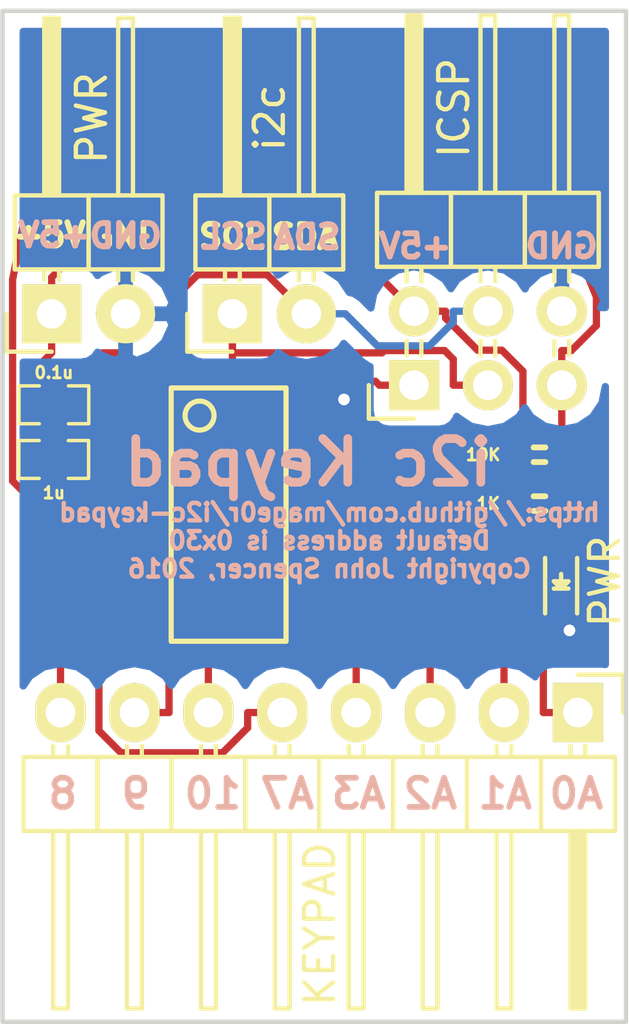
<source format=kicad_pcb>
(kicad_pcb (version 4) (host pcbnew 4.0.4-stable)

  (general
    (links 27)
    (no_connects 0)
    (area 132.593999 92.048999 154.652 127.588001)
    (thickness 1.6)
    (drawings 24)
    (tracks 131)
    (zones 0)
    (modules 10)
    (nets 16)
  )

  (page A4)
  (layers
    (0 F.Cu signal)
    (31 B.Cu signal)
    (32 B.Adhes user)
    (33 F.Adhes user)
    (34 B.Paste user)
    (35 F.Paste user)
    (36 B.SilkS user)
    (37 F.SilkS user)
    (38 B.Mask user)
    (39 F.Mask user)
    (40 Dwgs.User user)
    (41 Cmts.User user)
    (42 Eco1.User user)
    (43 Eco2.User user)
    (44 Edge.Cuts user)
    (45 Margin user)
    (46 B.CrtYd user)
    (47 F.CrtYd user)
    (48 B.Fab user)
    (49 F.Fab user)
  )

  (setup
    (last_trace_width 0.25)
    (trace_clearance 0.2)
    (zone_clearance 0.508)
    (zone_45_only no)
    (trace_min 0.2)
    (segment_width 0.2)
    (edge_width 0.15)
    (via_size 0.6)
    (via_drill 0.4)
    (via_min_size 0.4)
    (via_min_drill 0.3)
    (uvia_size 0.3)
    (uvia_drill 0.1)
    (uvias_allowed no)
    (uvia_min_size 0.2)
    (uvia_min_drill 0.1)
    (pcb_text_width 0.3)
    (pcb_text_size 1.5 1.5)
    (mod_edge_width 0.15)
    (mod_text_size 1 1)
    (mod_text_width 0.15)
    (pad_size 1.524 1.524)
    (pad_drill 0.762)
    (pad_to_mask_clearance 0.2)
    (aux_axis_origin 0 0)
    (visible_elements 7FFFFFFF)
    (pcbplotparams
      (layerselection 0x010ff_80000001)
      (usegerberextensions true)
      (excludeedgelayer true)
      (linewidth 0.500000)
      (plotframeref false)
      (viasonmask false)
      (mode 1)
      (useauxorigin false)
      (hpglpennumber 1)
      (hpglpenspeed 20)
      (hpglpendiameter 15)
      (hpglpenoverlay 2)
      (psnegative false)
      (psa4output false)
      (plotreference true)
      (plotvalue true)
      (plotinvisibletext false)
      (padsonsilk false)
      (subtractmaskfromsilk false)
      (outputformat 1)
      (mirror false)
      (drillshape 0)
      (scaleselection 1)
      (outputdirectory Gerber/))
  )

  (net 0 "")
  (net 1 +5V)
  (net 2 GND)
  (net 3 "Net-(D1-Pad2)")
  (net 4 "Net-(IC1-Pad2)")
  (net 5 "Net-(IC1-Pad3)")
  (net 6 /RST)
  (net 7 "Net-(IC1-Pad5)")
  (net 8 "Net-(IC1-Pad6)")
  (net 9 /MOSI)
  (net 10 /MISO)
  (net 11 /SCK)
  (net 12 "Net-(IC1-Pad10)")
  (net 13 "Net-(IC1-Pad11)")
  (net 14 "Net-(IC1-Pad12)")
  (net 15 "Net-(IC1-Pad13)")

  (net_class Default "This is the default net class."
    (clearance 0.2)
    (trace_width 0.25)
    (via_dia 0.6)
    (via_drill 0.4)
    (uvia_dia 0.3)
    (uvia_drill 0.1)
    (add_net +5V)
    (add_net /MISO)
    (add_net /MOSI)
    (add_net /RST)
    (add_net /SCK)
    (add_net GND)
    (add_net "Net-(D1-Pad2)")
    (add_net "Net-(IC1-Pad10)")
    (add_net "Net-(IC1-Pad11)")
    (add_net "Net-(IC1-Pad12)")
    (add_net "Net-(IC1-Pad13)")
    (add_net "Net-(IC1-Pad2)")
    (add_net "Net-(IC1-Pad3)")
    (add_net "Net-(IC1-Pad5)")
    (add_net "Net-(IC1-Pad6)")
  )

  (module freetronics_footprints:0603_CAP (layer F.Cu) (tedit 57A4B59B) (tstamp 57A4AB6F)
    (at 134.645 106.147)
    (path /57A35D1A)
    (attr smd)
    (fp_text reference C1 (at 1.8288 0.00508) (layer Eco1.User)
      (effects (font (size 0.5 0.5) (thickness 0.1)))
    )
    (fp_text value 0.1u (at 0 -1.1049) (layer F.SilkS)
      (effects (font (size 0.4 0.4) (thickness 0.1)))
    )
    (fp_line (start 0.50038 0.65024) (end 1.19888 0.65024) (layer F.SilkS) (width 0.11938))
    (fp_line (start -0.50038 0.65024) (end -1.19888 0.65024) (layer F.SilkS) (width 0.11938))
    (fp_line (start 0.50038 -0.65024) (end 1.19888 -0.65024) (layer F.SilkS) (width 0.11938))
    (fp_line (start -1.19888 -0.65024) (end -0.50038 -0.65024) (layer F.SilkS) (width 0.11938))
    (fp_line (start 1.19888 -0.635) (end 1.19888 0.635) (layer F.SilkS) (width 0.11938))
    (fp_line (start -1.19888 0.635) (end -1.19888 -0.635) (layer F.SilkS) (width 0.11938))
    (pad 1 smd rect (at -0.762 0) (size 0.635 1.143) (layers F.Cu F.Paste F.Mask)
      (net 1 +5V))
    (pad 2 smd rect (at 0.762 0) (size 0.635 1.143) (layers F.Cu F.Paste F.Mask)
      (net 2 GND))
    (model smd\capacitors\C0603.wrl
      (at (xyz 0 0 0.001))
      (scale (xyz 0.5 0.5 0.5))
      (rotate (xyz 0 0 0))
    )
  )

  (module freetronics_footprints:0603_CAP (layer F.Cu) (tedit 57A4B59F) (tstamp 57A4AB75)
    (at 134.64 108.024)
    (path /57A35E1D)
    (attr smd)
    (fp_text reference C2 (at 1.78816 0.00254) (layer Eco1.User)
      (effects (font (size 0.5 0.5) (thickness 0.1)))
    )
    (fp_text value 1u (at 0.00508 1.14554) (layer F.SilkS)
      (effects (font (size 0.4 0.4) (thickness 0.1)))
    )
    (fp_line (start 0.50038 0.65024) (end 1.19888 0.65024) (layer F.SilkS) (width 0.11938))
    (fp_line (start -0.50038 0.65024) (end -1.19888 0.65024) (layer F.SilkS) (width 0.11938))
    (fp_line (start 0.50038 -0.65024) (end 1.19888 -0.65024) (layer F.SilkS) (width 0.11938))
    (fp_line (start -1.19888 -0.65024) (end -0.50038 -0.65024) (layer F.SilkS) (width 0.11938))
    (fp_line (start 1.19888 -0.635) (end 1.19888 0.635) (layer F.SilkS) (width 0.11938))
    (fp_line (start -1.19888 0.635) (end -1.19888 -0.635) (layer F.SilkS) (width 0.11938))
    (pad 1 smd rect (at -0.762 0) (size 0.635 1.143) (layers F.Cu F.Paste F.Mask)
      (net 1 +5V))
    (pad 2 smd rect (at 0.762 0) (size 0.635 1.143) (layers F.Cu F.Paste F.Mask)
      (net 2 GND))
    (model smd\capacitors\C0603.wrl
      (at (xyz 0 0 0.001))
      (scale (xyz 0.5 0.5 0.5))
      (rotate (xyz 0 0 0))
    )
  )

  (module LEDs:LED_0603 (layer F.Cu) (tedit 57A4B51C) (tstamp 57A4AB7B)
    (at 152.077 112.207 90)
    (descr "LED 0603 smd package")
    (tags "LED led 0603 SMD smd SMT smt smdled SMDLED smtled SMTLED")
    (path /57A358A1)
    (attr smd)
    (fp_text reference D1 (at 0 -1.5 90) (layer F.SilkS) hide
      (effects (font (size 1 1) (thickness 0.15)))
    )
    (fp_text value PWR (at 0 1.5 90) (layer F.SilkS)
      (effects (font (size 1 1) (thickness 0.15)))
    )
    (fp_line (start -1.1 0.55) (end 0.8 0.55) (layer F.SilkS) (width 0.15))
    (fp_line (start -1.1 -0.55) (end 0.8 -0.55) (layer F.SilkS) (width 0.15))
    (fp_line (start -0.2 0) (end 0.25 0) (layer F.SilkS) (width 0.15))
    (fp_line (start -0.25 -0.25) (end -0.25 0.25) (layer F.SilkS) (width 0.15))
    (fp_line (start -0.25 0) (end 0 -0.25) (layer F.SilkS) (width 0.15))
    (fp_line (start 0 -0.25) (end 0 0.25) (layer F.SilkS) (width 0.15))
    (fp_line (start 0 0.25) (end -0.25 0) (layer F.SilkS) (width 0.15))
    (fp_line (start 1.4 -0.75) (end 1.4 0.75) (layer F.CrtYd) (width 0.05))
    (fp_line (start 1.4 0.75) (end -1.4 0.75) (layer F.CrtYd) (width 0.05))
    (fp_line (start -1.4 0.75) (end -1.4 -0.75) (layer F.CrtYd) (width 0.05))
    (fp_line (start -1.4 -0.75) (end 1.4 -0.75) (layer F.CrtYd) (width 0.05))
    (pad 2 smd rect (at 0.7493 0 270) (size 0.79756 0.79756) (layers F.Cu F.Paste F.Mask)
      (net 3 "Net-(D1-Pad2)"))
    (pad 1 smd rect (at -0.7493 0 270) (size 0.79756 0.79756) (layers F.Cu F.Paste F.Mask)
      (net 2 GND))
    (model LEDs.3dshapes/LED_0603.wrl
      (at (xyz 0 0 0))
      (scale (xyz 1 1 1))
      (rotate (xyz 0 0 180))
    )
  )

  (module freetronics_footprints:SO14_4mm (layer F.Cu) (tedit 57A4B04E) (tstamp 57A4AB8D)
    (at 140.65 109.916 270)
    (descr "<h3>14-pin SOP-14 package</h3>")
    (path /57A345EA)
    (fp_text reference IC1 (at 0 -0.75 450) (layer Eco1.User)
      (effects (font (size 0.6 0.6) (thickness 0.1)))
    )
    (fp_text value ATTINY84-S (at 0 0.9 270) (layer Eco1.User) hide
      (effects (font (size 0.6 0.6) (thickness 0.1)))
    )
    (fp_line (start 4.34848 -1.97358) (end 4.34848 1.97358) (layer F.SilkS) (width 0.1778))
    (fp_line (start 4.34848 1.97358) (end -4.34848 1.97358) (layer F.SilkS) (width 0.1778))
    (fp_line (start -4.34848 1.97358) (end -4.34848 -1.97358) (layer F.SilkS) (width 0.1778))
    (fp_line (start -4.34848 -1.97358) (end 4.34848 -1.97358) (layer F.SilkS) (width 0.1778))
    (fp_circle (center -3.39852 0.99822) (end -2.90068 0.99822) (layer F.SilkS) (width 0.1778))
    (pad 1 smd rect (at -3.81 2.74828 90) (size 0.49784 1.19888) (layers F.Cu F.Paste F.Mask)
      (net 1 +5V))
    (pad 2 smd rect (at -2.54 2.74828 90) (size 0.49784 1.19888) (layers F.Cu F.Paste F.Mask)
      (net 4 "Net-(IC1-Pad2)"))
    (pad 3 smd rect (at -1.27 2.74828 90) (size 0.49784 1.19888) (layers F.Cu F.Paste F.Mask)
      (net 5 "Net-(IC1-Pad3)"))
    (pad 4 smd rect (at 0 2.74828 90) (size 0.49784 1.19888) (layers F.Cu F.Paste F.Mask)
      (net 6 /RST))
    (pad 5 smd rect (at 1.27 2.74828 90) (size 0.49784 1.19888) (layers F.Cu F.Paste F.Mask)
      (net 7 "Net-(IC1-Pad5)"))
    (pad 6 smd rect (at 2.54 2.74828 90) (size 0.49784 1.19888) (layers F.Cu F.Paste F.Mask)
      (net 8 "Net-(IC1-Pad6)"))
    (pad 7 smd rect (at 3.81 2.74828 90) (size 0.49784 1.19888) (layers F.Cu F.Paste F.Mask)
      (net 9 /MOSI))
    (pad 8 smd rect (at 3.81 -2.74828 270) (size 0.49784 1.19888) (layers F.Cu F.Paste F.Mask)
      (net 10 /MISO))
    (pad 9 smd rect (at 2.54 -2.74828 270) (size 0.49784 1.19888) (layers F.Cu F.Paste F.Mask)
      (net 11 /SCK))
    (pad 10 smd rect (at 1.27 -2.74828 270) (size 0.49784 1.19888) (layers F.Cu F.Paste F.Mask)
      (net 12 "Net-(IC1-Pad10)"))
    (pad 11 smd rect (at 0 -2.74828 270) (size 0.49784 1.19888) (layers F.Cu F.Paste F.Mask)
      (net 13 "Net-(IC1-Pad11)"))
    (pad 12 smd rect (at -1.27 -2.74828 270) (size 0.49784 1.19888) (layers F.Cu F.Paste F.Mask)
      (net 14 "Net-(IC1-Pad12)"))
    (pad 13 smd rect (at -2.54 -2.74828 270) (size 0.49784 1.19888) (layers F.Cu F.Paste F.Mask)
      (net 15 "Net-(IC1-Pad13)"))
    (pad 14 smd rect (at -3.81 -2.74828 270) (size 0.49784 1.19888) (layers F.Cu F.Paste F.Mask)
      (net 2 GND))
  )

  (module Pin_Headers:Pin_Header_Angled_2x03 (layer F.Cu) (tedit 57A4B940) (tstamp 57A4AB97)
    (at 147.02 105.474 90)
    (descr "Through hole pin header")
    (tags "pin header")
    (path /57A347EE)
    (fp_text reference P1 (at 5.24256 0.05588 180) (layer F.SilkS) hide
      (effects (font (size 1 1) (thickness 0.15)))
    )
    (fp_text value ICSP (at 9.52246 1.37668 90) (layer F.SilkS)
      (effects (font (size 1 1) (thickness 0.15)))
    )
    (fp_line (start -1.35 -1.75) (end -1.35 6.85) (layer F.CrtYd) (width 0.05))
    (fp_line (start 13.2 -1.75) (end 13.2 6.85) (layer F.CrtYd) (width 0.05))
    (fp_line (start -1.35 -1.75) (end 13.2 -1.75) (layer F.CrtYd) (width 0.05))
    (fp_line (start -1.35 6.85) (end 13.2 6.85) (layer F.CrtYd) (width 0.05))
    (fp_line (start 1.524 5.334) (end 1.016 5.334) (layer F.SilkS) (width 0.15))
    (fp_line (start 1.524 4.826) (end 1.016 4.826) (layer F.SilkS) (width 0.15))
    (fp_line (start 1.524 2.794) (end 1.016 2.794) (layer F.SilkS) (width 0.15))
    (fp_line (start 1.524 2.286) (end 1.016 2.286) (layer F.SilkS) (width 0.15))
    (fp_line (start 1.524 0.254) (end 1.016 0.254) (layer F.SilkS) (width 0.15))
    (fp_line (start 1.524 -0.254) (end 1.016 -0.254) (layer F.SilkS) (width 0.15))
    (fp_line (start 4.064 2.286) (end 3.556 2.286) (layer F.SilkS) (width 0.15))
    (fp_line (start 4.064 2.794) (end 3.556 2.794) (layer F.SilkS) (width 0.15))
    (fp_line (start 4.064 4.826) (end 3.556 4.826) (layer F.SilkS) (width 0.15))
    (fp_line (start 4.064 5.334) (end 3.556 5.334) (layer F.SilkS) (width 0.15))
    (fp_line (start 4.064 -0.254) (end 3.556 -0.254) (layer F.SilkS) (width 0.15))
    (fp_line (start 4.064 0.254) (end 3.556 0.254) (layer F.SilkS) (width 0.15))
    (fp_line (start 0 -1.55) (end -1.15 -1.55) (layer F.SilkS) (width 0.15))
    (fp_line (start -1.15 -1.55) (end -1.15 0) (layer F.SilkS) (width 0.15))
    (fp_line (start 6.604 -0.127) (end 12.573 -0.127) (layer F.SilkS) (width 0.15))
    (fp_line (start 12.573 -0.127) (end 12.573 0.127) (layer F.SilkS) (width 0.15))
    (fp_line (start 12.573 0.127) (end 6.731 0.127) (layer F.SilkS) (width 0.15))
    (fp_line (start 6.731 0.127) (end 6.731 0) (layer F.SilkS) (width 0.15))
    (fp_line (start 6.731 0) (end 12.573 0) (layer F.SilkS) (width 0.15))
    (fp_line (start 4.064 1.27) (end 4.064 3.81) (layer F.SilkS) (width 0.15))
    (fp_line (start 4.064 3.81) (end 6.604 3.81) (layer F.SilkS) (width 0.15))
    (fp_line (start 6.604 2.286) (end 12.7 2.286) (layer F.SilkS) (width 0.15))
    (fp_line (start 12.7 2.286) (end 12.7 2.794) (layer F.SilkS) (width 0.15))
    (fp_line (start 12.7 2.794) (end 6.604 2.794) (layer F.SilkS) (width 0.15))
    (fp_line (start 6.604 3.81) (end 6.604 1.27) (layer F.SilkS) (width 0.15))
    (fp_line (start 4.064 6.35) (end 6.604 6.35) (layer F.SilkS) (width 0.15))
    (fp_line (start 6.604 6.35) (end 6.604 3.81) (layer F.SilkS) (width 0.15))
    (fp_line (start 12.7 5.334) (end 6.604 5.334) (layer F.SilkS) (width 0.15))
    (fp_line (start 12.7 4.826) (end 12.7 5.334) (layer F.SilkS) (width 0.15))
    (fp_line (start 6.604 4.826) (end 12.7 4.826) (layer F.SilkS) (width 0.15))
    (fp_line (start 4.064 6.35) (end 6.604 6.35) (layer F.SilkS) (width 0.15))
    (fp_line (start 4.064 3.81) (end 4.064 6.35) (layer F.SilkS) (width 0.15))
    (fp_line (start 4.064 3.81) (end 6.604 3.81) (layer F.SilkS) (width 0.15))
    (fp_line (start 4.064 1.27) (end 6.604 1.27) (layer F.SilkS) (width 0.15))
    (fp_line (start 6.604 1.27) (end 6.604 -1.27) (layer F.SilkS) (width 0.15))
    (fp_line (start 12.7 0.254) (end 6.604 0.254) (layer F.SilkS) (width 0.15))
    (fp_line (start 12.7 -0.254) (end 12.7 0.254) (layer F.SilkS) (width 0.15))
    (fp_line (start 6.604 -0.254) (end 12.7 -0.254) (layer F.SilkS) (width 0.15))
    (fp_line (start 4.064 1.27) (end 6.604 1.27) (layer F.SilkS) (width 0.15))
    (fp_line (start 4.064 -1.27) (end 4.064 1.27) (layer F.SilkS) (width 0.15))
    (fp_line (start 4.064 -1.27) (end 6.604 -1.27) (layer F.SilkS) (width 0.15))
    (pad 1 thru_hole rect (at 0 0 90) (size 1.7272 1.7272) (drill 1.016) (layers *.Cu *.Mask F.SilkS)
      (net 10 /MISO))
    (pad 2 thru_hole oval (at 2.54 0 90) (size 1.7272 1.7272) (drill 1.016) (layers *.Cu *.Mask F.SilkS)
      (net 1 +5V))
    (pad 3 thru_hole oval (at 0 2.54 90) (size 1.7272 1.7272) (drill 1.016) (layers *.Cu *.Mask F.SilkS)
      (net 11 /SCK))
    (pad 4 thru_hole oval (at 2.54 2.54 90) (size 1.7272 1.7272) (drill 1.016) (layers *.Cu *.Mask F.SilkS)
      (net 9 /MOSI))
    (pad 5 thru_hole oval (at 0 5.08 90) (size 1.7272 1.7272) (drill 1.016) (layers *.Cu *.Mask F.SilkS)
      (net 6 /RST))
    (pad 6 thru_hole oval (at 2.54 5.08 90) (size 1.7272 1.7272) (drill 1.016) (layers *.Cu *.Mask F.SilkS)
      (net 2 GND))
    (model Pin_Headers.3dshapes/Pin_Header_Angled_2x03.wrl
      (at (xyz 0.05 -0.1 0))
      (scale (xyz 1 1 1))
      (rotate (xyz 0 0 90))
    )
  )

  (module Pin_Headers:Pin_Header_Angled_1x02 (layer F.Cu) (tedit 57A4B93A) (tstamp 57A4AB9D)
    (at 140.78 103.022 90)
    (descr "Through hole pin header")
    (tags "pin header")
    (path /57A348C7)
    (fp_text reference P2 (at 2.80924 0.0381 180) (layer F.SilkS) hide
      (effects (font (size 1 1) (thickness 0.15)))
    )
    (fp_text value i2c (at 6.72592 1.27762 90) (layer F.SilkS)
      (effects (font (size 1 1) (thickness 0.15)))
    )
    (fp_line (start -1.5 -1.75) (end -1.5 4.3) (layer F.CrtYd) (width 0.05))
    (fp_line (start 10.65 -1.75) (end 10.65 4.3) (layer F.CrtYd) (width 0.05))
    (fp_line (start -1.5 -1.75) (end 10.65 -1.75) (layer F.CrtYd) (width 0.05))
    (fp_line (start -1.5 4.3) (end 10.65 4.3) (layer F.CrtYd) (width 0.05))
    (fp_line (start -1.3 -1.55) (end -1.3 0) (layer F.SilkS) (width 0.15))
    (fp_line (start 0 -1.55) (end -1.3 -1.55) (layer F.SilkS) (width 0.15))
    (fp_line (start 4.191 -0.127) (end 10.033 -0.127) (layer F.SilkS) (width 0.15))
    (fp_line (start 10.033 -0.127) (end 10.033 0.127) (layer F.SilkS) (width 0.15))
    (fp_line (start 10.033 0.127) (end 4.191 0.127) (layer F.SilkS) (width 0.15))
    (fp_line (start 4.191 0.127) (end 4.191 0) (layer F.SilkS) (width 0.15))
    (fp_line (start 4.191 0) (end 10.033 0) (layer F.SilkS) (width 0.15))
    (fp_line (start 1.524 -0.254) (end 1.143 -0.254) (layer F.SilkS) (width 0.15))
    (fp_line (start 1.524 0.254) (end 1.143 0.254) (layer F.SilkS) (width 0.15))
    (fp_line (start 1.524 2.286) (end 1.143 2.286) (layer F.SilkS) (width 0.15))
    (fp_line (start 1.524 2.794) (end 1.143 2.794) (layer F.SilkS) (width 0.15))
    (fp_line (start 1.524 -1.27) (end 4.064 -1.27) (layer F.SilkS) (width 0.15))
    (fp_line (start 1.524 1.27) (end 4.064 1.27) (layer F.SilkS) (width 0.15))
    (fp_line (start 1.524 1.27) (end 1.524 3.81) (layer F.SilkS) (width 0.15))
    (fp_line (start 1.524 3.81) (end 4.064 3.81) (layer F.SilkS) (width 0.15))
    (fp_line (start 4.064 2.286) (end 10.16 2.286) (layer F.SilkS) (width 0.15))
    (fp_line (start 10.16 2.286) (end 10.16 2.794) (layer F.SilkS) (width 0.15))
    (fp_line (start 10.16 2.794) (end 4.064 2.794) (layer F.SilkS) (width 0.15))
    (fp_line (start 4.064 3.81) (end 4.064 1.27) (layer F.SilkS) (width 0.15))
    (fp_line (start 4.064 1.27) (end 4.064 -1.27) (layer F.SilkS) (width 0.15))
    (fp_line (start 10.16 0.254) (end 4.064 0.254) (layer F.SilkS) (width 0.15))
    (fp_line (start 10.16 -0.254) (end 10.16 0.254) (layer F.SilkS) (width 0.15))
    (fp_line (start 4.064 -0.254) (end 10.16 -0.254) (layer F.SilkS) (width 0.15))
    (fp_line (start 1.524 1.27) (end 4.064 1.27) (layer F.SilkS) (width 0.15))
    (fp_line (start 1.524 -1.27) (end 1.524 1.27) (layer F.SilkS) (width 0.15))
    (pad 1 thru_hole rect (at 0 0 90) (size 2.032 2.032) (drill 1.016) (layers *.Cu *.Mask F.SilkS)
      (net 11 /SCK))
    (pad 2 thru_hole oval (at 0 2.54 90) (size 2.032 2.032) (drill 1.016) (layers *.Cu *.Mask F.SilkS)
      (net 9 /MOSI))
    (model Pin_Headers.3dshapes/Pin_Header_Angled_1x02.wrl
      (at (xyz 0 -0.05 0))
      (scale (xyz 1 1 1))
      (rotate (xyz 0 0 90))
    )
  )

  (module Pin_Headers:Pin_Header_Angled_1x02 (layer F.Cu) (tedit 57A4B936) (tstamp 57A4ABA3)
    (at 134.569 103.022 90)
    (descr "Through hole pin header")
    (tags "pin header")
    (path /57A4A9B4)
    (fp_text reference P3 (at 2.6416 -0.02032 180) (layer F.SilkS) hide
      (effects (font (size 1 1) (thickness 0.15)))
    )
    (fp_text value PWR (at 6.72084 1.37668 90) (layer F.SilkS)
      (effects (font (size 1 1) (thickness 0.15)))
    )
    (fp_line (start -1.5 -1.75) (end -1.5 4.3) (layer F.CrtYd) (width 0.05))
    (fp_line (start 10.65 -1.75) (end 10.65 4.3) (layer F.CrtYd) (width 0.05))
    (fp_line (start -1.5 -1.75) (end 10.65 -1.75) (layer F.CrtYd) (width 0.05))
    (fp_line (start -1.5 4.3) (end 10.65 4.3) (layer F.CrtYd) (width 0.05))
    (fp_line (start -1.3 -1.55) (end -1.3 0) (layer F.SilkS) (width 0.15))
    (fp_line (start 0 -1.55) (end -1.3 -1.55) (layer F.SilkS) (width 0.15))
    (fp_line (start 4.191 -0.127) (end 10.033 -0.127) (layer F.SilkS) (width 0.15))
    (fp_line (start 10.033 -0.127) (end 10.033 0.127) (layer F.SilkS) (width 0.15))
    (fp_line (start 10.033 0.127) (end 4.191 0.127) (layer F.SilkS) (width 0.15))
    (fp_line (start 4.191 0.127) (end 4.191 0) (layer F.SilkS) (width 0.15))
    (fp_line (start 4.191 0) (end 10.033 0) (layer F.SilkS) (width 0.15))
    (fp_line (start 1.524 -0.254) (end 1.143 -0.254) (layer F.SilkS) (width 0.15))
    (fp_line (start 1.524 0.254) (end 1.143 0.254) (layer F.SilkS) (width 0.15))
    (fp_line (start 1.524 2.286) (end 1.143 2.286) (layer F.SilkS) (width 0.15))
    (fp_line (start 1.524 2.794) (end 1.143 2.794) (layer F.SilkS) (width 0.15))
    (fp_line (start 1.524 -1.27) (end 4.064 -1.27) (layer F.SilkS) (width 0.15))
    (fp_line (start 1.524 1.27) (end 4.064 1.27) (layer F.SilkS) (width 0.15))
    (fp_line (start 1.524 1.27) (end 1.524 3.81) (layer F.SilkS) (width 0.15))
    (fp_line (start 1.524 3.81) (end 4.064 3.81) (layer F.SilkS) (width 0.15))
    (fp_line (start 4.064 2.286) (end 10.16 2.286) (layer F.SilkS) (width 0.15))
    (fp_line (start 10.16 2.286) (end 10.16 2.794) (layer F.SilkS) (width 0.15))
    (fp_line (start 10.16 2.794) (end 4.064 2.794) (layer F.SilkS) (width 0.15))
    (fp_line (start 4.064 3.81) (end 4.064 1.27) (layer F.SilkS) (width 0.15))
    (fp_line (start 4.064 1.27) (end 4.064 -1.27) (layer F.SilkS) (width 0.15))
    (fp_line (start 10.16 0.254) (end 4.064 0.254) (layer F.SilkS) (width 0.15))
    (fp_line (start 10.16 -0.254) (end 10.16 0.254) (layer F.SilkS) (width 0.15))
    (fp_line (start 4.064 -0.254) (end 10.16 -0.254) (layer F.SilkS) (width 0.15))
    (fp_line (start 1.524 1.27) (end 4.064 1.27) (layer F.SilkS) (width 0.15))
    (fp_line (start 1.524 -1.27) (end 1.524 1.27) (layer F.SilkS) (width 0.15))
    (pad 1 thru_hole rect (at 0 0 90) (size 2.032 2.032) (drill 1.016) (layers *.Cu *.Mask F.SilkS)
      (net 1 +5V))
    (pad 2 thru_hole oval (at 0 2.54 90) (size 2.032 2.032) (drill 1.016) (layers *.Cu *.Mask F.SilkS)
      (net 2 GND))
    (model Pin_Headers.3dshapes/Pin_Header_Angled_1x02.wrl
      (at (xyz 0 -0.05 0))
      (scale (xyz 1 1 1))
      (rotate (xyz 0 0 90))
    )
  )

  (module Pin_Headers:Pin_Header_Angled_1x08 (layer F.Cu) (tedit 57A4B605) (tstamp 57A4ABAF)
    (at 152.654 116.713 270)
    (descr "Through hole pin header")
    (tags "pin header")
    (path /57A35496)
    (fp_text reference P4 (at 2.8829 0.0254 360) (layer F.SilkS) hide
      (effects (font (size 1 1) (thickness 0.15)))
    )
    (fp_text value KEYPAD (at 7.2644 8.8646 450) (layer F.SilkS)
      (effects (font (size 1 1) (thickness 0.15)))
    )
    (fp_line (start -1.5 -1.75) (end -1.5 19.55) (layer F.CrtYd) (width 0.05))
    (fp_line (start 10.65 -1.75) (end 10.65 19.55) (layer F.CrtYd) (width 0.05))
    (fp_line (start -1.5 -1.75) (end 10.65 -1.75) (layer F.CrtYd) (width 0.05))
    (fp_line (start -1.5 19.55) (end 10.65 19.55) (layer F.CrtYd) (width 0.05))
    (fp_line (start -1.3 -1.55) (end -1.3 0) (layer F.SilkS) (width 0.15))
    (fp_line (start 0 -1.55) (end -1.3 -1.55) (layer F.SilkS) (width 0.15))
    (fp_line (start 4.191 -0.127) (end 10.033 -0.127) (layer F.SilkS) (width 0.15))
    (fp_line (start 10.033 -0.127) (end 10.033 0.127) (layer F.SilkS) (width 0.15))
    (fp_line (start 10.033 0.127) (end 4.191 0.127) (layer F.SilkS) (width 0.15))
    (fp_line (start 4.191 0.127) (end 4.191 0) (layer F.SilkS) (width 0.15))
    (fp_line (start 4.191 0) (end 10.033 0) (layer F.SilkS) (width 0.15))
    (fp_line (start 1.524 17.526) (end 1.143 17.526) (layer F.SilkS) (width 0.15))
    (fp_line (start 1.524 18.034) (end 1.143 18.034) (layer F.SilkS) (width 0.15))
    (fp_line (start 1.524 -0.254) (end 1.143 -0.254) (layer F.SilkS) (width 0.15))
    (fp_line (start 1.524 0.254) (end 1.143 0.254) (layer F.SilkS) (width 0.15))
    (fp_line (start 1.524 2.286) (end 1.143 2.286) (layer F.SilkS) (width 0.15))
    (fp_line (start 1.524 2.794) (end 1.143 2.794) (layer F.SilkS) (width 0.15))
    (fp_line (start 1.524 4.826) (end 1.143 4.826) (layer F.SilkS) (width 0.15))
    (fp_line (start 1.524 5.334) (end 1.143 5.334) (layer F.SilkS) (width 0.15))
    (fp_line (start 1.524 15.494) (end 1.143 15.494) (layer F.SilkS) (width 0.15))
    (fp_line (start 1.524 14.986) (end 1.143 14.986) (layer F.SilkS) (width 0.15))
    (fp_line (start 1.524 12.954) (end 1.143 12.954) (layer F.SilkS) (width 0.15))
    (fp_line (start 1.524 12.446) (end 1.143 12.446) (layer F.SilkS) (width 0.15))
    (fp_line (start 1.524 10.414) (end 1.143 10.414) (layer F.SilkS) (width 0.15))
    (fp_line (start 1.524 9.906) (end 1.143 9.906) (layer F.SilkS) (width 0.15))
    (fp_line (start 1.524 7.874) (end 1.143 7.874) (layer F.SilkS) (width 0.15))
    (fp_line (start 1.524 7.366) (end 1.143 7.366) (layer F.SilkS) (width 0.15))
    (fp_line (start 1.524 13.97) (end 4.064 13.97) (layer F.SilkS) (width 0.15))
    (fp_line (start 1.524 13.97) (end 1.524 16.51) (layer F.SilkS) (width 0.15))
    (fp_line (start 1.524 16.51) (end 4.064 16.51) (layer F.SilkS) (width 0.15))
    (fp_line (start 4.064 14.986) (end 10.16 14.986) (layer F.SilkS) (width 0.15))
    (fp_line (start 10.16 14.986) (end 10.16 15.494) (layer F.SilkS) (width 0.15))
    (fp_line (start 10.16 15.494) (end 4.064 15.494) (layer F.SilkS) (width 0.15))
    (fp_line (start 4.064 16.51) (end 4.064 13.97) (layer F.SilkS) (width 0.15))
    (fp_line (start 4.064 19.05) (end 4.064 16.51) (layer F.SilkS) (width 0.15))
    (fp_line (start 10.16 18.034) (end 4.064 18.034) (layer F.SilkS) (width 0.15))
    (fp_line (start 10.16 17.526) (end 10.16 18.034) (layer F.SilkS) (width 0.15))
    (fp_line (start 4.064 17.526) (end 10.16 17.526) (layer F.SilkS) (width 0.15))
    (fp_line (start 1.524 16.51) (end 1.524 19.05) (layer F.SilkS) (width 0.15))
    (fp_line (start 1.524 16.51) (end 4.064 16.51) (layer F.SilkS) (width 0.15))
    (fp_line (start 1.524 19.05) (end 4.064 19.05) (layer F.SilkS) (width 0.15))
    (fp_line (start 1.524 -1.27) (end 4.064 -1.27) (layer F.SilkS) (width 0.15))
    (fp_line (start 1.524 1.27) (end 4.064 1.27) (layer F.SilkS) (width 0.15))
    (fp_line (start 1.524 1.27) (end 1.524 3.81) (layer F.SilkS) (width 0.15))
    (fp_line (start 1.524 3.81) (end 4.064 3.81) (layer F.SilkS) (width 0.15))
    (fp_line (start 4.064 2.286) (end 10.16 2.286) (layer F.SilkS) (width 0.15))
    (fp_line (start 10.16 2.286) (end 10.16 2.794) (layer F.SilkS) (width 0.15))
    (fp_line (start 10.16 2.794) (end 4.064 2.794) (layer F.SilkS) (width 0.15))
    (fp_line (start 4.064 3.81) (end 4.064 1.27) (layer F.SilkS) (width 0.15))
    (fp_line (start 4.064 1.27) (end 4.064 -1.27) (layer F.SilkS) (width 0.15))
    (fp_line (start 10.16 0.254) (end 4.064 0.254) (layer F.SilkS) (width 0.15))
    (fp_line (start 10.16 -0.254) (end 10.16 0.254) (layer F.SilkS) (width 0.15))
    (fp_line (start 4.064 -0.254) (end 10.16 -0.254) (layer F.SilkS) (width 0.15))
    (fp_line (start 1.524 1.27) (end 4.064 1.27) (layer F.SilkS) (width 0.15))
    (fp_line (start 1.524 -1.27) (end 1.524 1.27) (layer F.SilkS) (width 0.15))
    (fp_line (start 1.524 8.89) (end 4.064 8.89) (layer F.SilkS) (width 0.15))
    (fp_line (start 1.524 8.89) (end 1.524 11.43) (layer F.SilkS) (width 0.15))
    (fp_line (start 1.524 11.43) (end 4.064 11.43) (layer F.SilkS) (width 0.15))
    (fp_line (start 4.064 9.906) (end 10.16 9.906) (layer F.SilkS) (width 0.15))
    (fp_line (start 10.16 9.906) (end 10.16 10.414) (layer F.SilkS) (width 0.15))
    (fp_line (start 10.16 10.414) (end 4.064 10.414) (layer F.SilkS) (width 0.15))
    (fp_line (start 4.064 11.43) (end 4.064 8.89) (layer F.SilkS) (width 0.15))
    (fp_line (start 4.064 13.97) (end 4.064 11.43) (layer F.SilkS) (width 0.15))
    (fp_line (start 10.16 12.954) (end 4.064 12.954) (layer F.SilkS) (width 0.15))
    (fp_line (start 10.16 12.446) (end 10.16 12.954) (layer F.SilkS) (width 0.15))
    (fp_line (start 4.064 12.446) (end 10.16 12.446) (layer F.SilkS) (width 0.15))
    (fp_line (start 1.524 13.97) (end 4.064 13.97) (layer F.SilkS) (width 0.15))
    (fp_line (start 1.524 11.43) (end 1.524 13.97) (layer F.SilkS) (width 0.15))
    (fp_line (start 1.524 11.43) (end 4.064 11.43) (layer F.SilkS) (width 0.15))
    (fp_line (start 1.524 6.35) (end 4.064 6.35) (layer F.SilkS) (width 0.15))
    (fp_line (start 1.524 6.35) (end 1.524 8.89) (layer F.SilkS) (width 0.15))
    (fp_line (start 1.524 8.89) (end 4.064 8.89) (layer F.SilkS) (width 0.15))
    (fp_line (start 4.064 7.366) (end 10.16 7.366) (layer F.SilkS) (width 0.15))
    (fp_line (start 10.16 7.366) (end 10.16 7.874) (layer F.SilkS) (width 0.15))
    (fp_line (start 10.16 7.874) (end 4.064 7.874) (layer F.SilkS) (width 0.15))
    (fp_line (start 4.064 8.89) (end 4.064 6.35) (layer F.SilkS) (width 0.15))
    (fp_line (start 4.064 6.35) (end 4.064 3.81) (layer F.SilkS) (width 0.15))
    (fp_line (start 10.16 5.334) (end 4.064 5.334) (layer F.SilkS) (width 0.15))
    (fp_line (start 10.16 4.826) (end 10.16 5.334) (layer F.SilkS) (width 0.15))
    (fp_line (start 4.064 4.826) (end 10.16 4.826) (layer F.SilkS) (width 0.15))
    (fp_line (start 1.524 6.35) (end 4.064 6.35) (layer F.SilkS) (width 0.15))
    (fp_line (start 1.524 3.81) (end 1.524 6.35) (layer F.SilkS) (width 0.15))
    (fp_line (start 1.524 3.81) (end 4.064 3.81) (layer F.SilkS) (width 0.15))
    (pad 1 thru_hole rect (at 0 0 270) (size 2.032 1.7272) (drill 1.016) (layers *.Cu *.Mask F.SilkS)
      (net 15 "Net-(IC1-Pad13)"))
    (pad 2 thru_hole oval (at 0 2.54 270) (size 2.032 1.7272) (drill 1.016) (layers *.Cu *.Mask F.SilkS)
      (net 14 "Net-(IC1-Pad12)"))
    (pad 3 thru_hole oval (at 0 5.08 270) (size 2.032 1.7272) (drill 1.016) (layers *.Cu *.Mask F.SilkS)
      (net 13 "Net-(IC1-Pad11)"))
    (pad 4 thru_hole oval (at 0 7.62 270) (size 2.032 1.7272) (drill 1.016) (layers *.Cu *.Mask F.SilkS)
      (net 12 "Net-(IC1-Pad10)"))
    (pad 5 thru_hole oval (at 0 10.16 270) (size 2.032 1.7272) (drill 1.016) (layers *.Cu *.Mask F.SilkS)
      (net 8 "Net-(IC1-Pad6)"))
    (pad 6 thru_hole oval (at 0 12.7 270) (size 2.032 1.7272) (drill 1.016) (layers *.Cu *.Mask F.SilkS)
      (net 4 "Net-(IC1-Pad2)"))
    (pad 7 thru_hole oval (at 0 15.24 270) (size 2.032 1.7272) (drill 1.016) (layers *.Cu *.Mask F.SilkS)
      (net 5 "Net-(IC1-Pad3)"))
    (pad 8 thru_hole oval (at 0 17.78 270) (size 2.032 1.7272) (drill 1.016) (layers *.Cu *.Mask F.SilkS)
      (net 7 "Net-(IC1-Pad5)"))
    (model Pin_Headers.3dshapes/Pin_Header_Angled_1x08.wrl
      (at (xyz 0 -0.35 0))
      (scale (xyz 1 1 1))
      (rotate (xyz 0 0 90))
    )
  )

  (module freetronics_footprints:0603 (layer F.Cu) (tedit 57A4B571) (tstamp 57A4ABB5)
    (at 151.333 107.861)
    (path /57A34907)
    (attr smd)
    (fp_text reference R1 (at 1.85928 0.01524) (layer Eco1.User)
      (effects (font (size 0.5 0.5) (thickness 0.1)))
    )
    (fp_text value 10K (at -1.93548 0.00254) (layer F.SilkS)
      (effects (font (size 0.4 0.4) (thickness 0.1)))
    )
    (fp_line (start -0.20066 0.25146) (end 0.20066 0.25146) (layer F.SilkS) (width 0.20066))
    (fp_line (start -0.20066 -0.25146) (end 0.20066 -0.25146) (layer F.SilkS) (width 0.20066))
    (pad 1 smd rect (at -0.762 0) (size 0.762 0.762) (layers F.Cu F.Paste F.Mask)
      (net 1 +5V))
    (pad 2 smd rect (at 0.762 0) (size 0.762 0.762) (layers F.Cu F.Paste F.Mask)
      (net 6 /RST))
    (model smd\resistors\R0603.wrl
      (at (xyz 0 0 0.001))
      (scale (xyz 0.5 0.5 0.5))
      (rotate (xyz 0 0 0))
    )
  )

  (module freetronics_footprints:0603 (layer F.Cu) (tedit 57A4B54F) (tstamp 57A4ABBB)
    (at 151.333 109.538)
    (path /57A35751)
    (attr smd)
    (fp_text reference R2 (at 1.84404 0) (layer Eco1.User)
      (effects (font (size 0.5 0.5) (thickness 0.1)))
    )
    (fp_text value 1K (at -1.76022 0) (layer F.SilkS)
      (effects (font (size 0.4 0.4) (thickness 0.1)))
    )
    (fp_line (start -0.20066 0.25146) (end 0.20066 0.25146) (layer F.SilkS) (width 0.20066))
    (fp_line (start -0.20066 -0.25146) (end 0.20066 -0.25146) (layer F.SilkS) (width 0.20066))
    (pad 1 smd rect (at -0.762 0) (size 0.762 0.762) (layers F.Cu F.Paste F.Mask)
      (net 1 +5V))
    (pad 2 smd rect (at 0.762 0) (size 0.762 0.762) (layers F.Cu F.Paste F.Mask)
      (net 3 "Net-(D1-Pad2)"))
    (model smd\resistors\R0603.wrl
      (at (xyz 0 0 0.001))
      (scale (xyz 0.5 0.5 0.5))
      (rotate (xyz 0 0 0))
    )
  )

  (gr_text "i2c Keypad" (at 143.38808 108.1278) (layer B.SilkS)
    (effects (font (size 1.5 1.5) (thickness 0.3)) (justify mirror))
  )
  (gr_text "https://github.com/mage0r/i2c-keypad\nDefault address is 0x30\nCopyright John Spencer, 2016" (at 144.11452 110.81004) (layer B.SilkS)
    (effects (font (size 0.6 0.6) (thickness 0.15)) (justify mirror))
  )
  (gr_text 9 (at 137.4648 119.5) (layer B.SilkS)
    (effects (font (size 1 1) (thickness 0.2)) (justify mirror))
  )
  (gr_text 10 (at 140.1064 119.5) (layer B.SilkS)
    (effects (font (size 1 1) (thickness 0.2)) (justify mirror))
  )
  (gr_text A7 (at 142.66164 119.5) (layer B.SilkS)
    (effects (font (size 1 1) (thickness 0.2)) (justify mirror))
  )
  (gr_text A3 (at 145.12036 119.5) (layer B.SilkS)
    (effects (font (size 1 1) (thickness 0.2)) (justify mirror))
  )
  (gr_text A2 (at 147.57908 119.5) (layer B.SilkS)
    (effects (font (size 1 1) (thickness 0.2)) (justify mirror))
  )
  (gr_text A1 (at 150.14956 119.5) (layer B.SilkS)
    (effects (font (size 1 1) (thickness 0.2)) (justify mirror))
  )
  (gr_text 8 (at 134.9502 119.5) (layer B.SilkS)
    (effects (font (size 1 1) (thickness 0.2)) (justify mirror))
  )
  (gr_text A0 (at 152.59812 119.5) (layer B.SilkS)
    (effects (font (size 1 1) (thickness 0.2)) (justify mirror))
  )
  (gr_text SDA (at 143.3449 100.39096) (layer B.SilkS)
    (effects (font (size 0.8 0.8) (thickness 0.2)) (justify mirror))
  )
  (gr_text SCL (at 140.84046 100.37064) (layer B.SilkS)
    (effects (font (size 0.8 0.8) (thickness 0.2)) (justify mirror))
  )
  (gr_text SCL (at 140.75664 100.37064) (layer F.SilkS)
    (effects (font (size 0.8 0.8) (thickness 0.2)))
  )
  (gr_text SDA (at 143.27632 100.3808) (layer F.SilkS)
    (effects (font (size 0.8 0.8) (thickness 0.2)))
  )
  (gr_text +5V (at 147.066 100.6983) (layer B.SilkS)
    (effects (font (size 0.8 0.8) (thickness 0.2)) (justify mirror))
  )
  (gr_text GND (at 152.0952 100.6983) (layer B.SilkS)
    (effects (font (size 0.8 0.8) (thickness 0.2)) (justify mirror))
  )
  (gr_text +5V (at 134.66064 100.31984) (layer B.SilkS)
    (effects (font (size 0.8 0.8) (thickness 0.2)) (justify mirror))
  )
  (gr_text +5V (at 134.49808 100.31984) (layer F.SilkS)
    (effects (font (size 0.8 0.8) (thickness 0.2)))
  )
  (gr_text GND (at 137.11428 100.34524) (layer F.SilkS)
    (effects (font (size 0.8 0.8) (thickness 0.2)))
  )
  (gr_text GND (at 137.11428 100.34524) (layer B.SilkS)
    (effects (font (size 0.8 0.8) (thickness 0.2)) (justify mirror))
  )
  (gr_line (start 154.305 127.3302) (end 132.88264 127.3302) (angle 90) (layer Edge.Cuts) (width 0.15))
  (gr_line (start 154.305 92.6211) (end 154.305 127.3302) (angle 90) (layer Edge.Cuts) (width 0.15))
  (gr_line (start 132.88264 92.6211) (end 154.305 92.6211) (angle 90) (layer Edge.Cuts) (width 0.15))
  (gr_line (start 132.88264 127.3302) (end 132.88264 92.6211) (angle 90) (layer Edge.Cuts) (width 0.15))

  (segment (start 134.569 103.022) (end 134.569 101.771) (width 0.25) (layer F.Cu) (net 1))
  (segment (start 145.236 101.15) (end 147.02 102.934) (width 0.25) (layer F.Cu) (net 1) (tstamp 58591F2D))
  (segment (start 135.19 101.15) (end 145.236 101.15) (width 0.25) (layer F.Cu) (net 1) (tstamp 58591F27))
  (segment (start 134.569 101.771) (end 135.19 101.15) (width 0.25) (layer F.Cu) (net 1) (tstamp 58591F25))
  (segment (start 150.571 109.538) (end 150.571 107.861) (width 0.25) (layer F.Cu) (net 1))
  (segment (start 133.883 105.0493) (end 133.883 106.147) (width 0.25) (layer F.Cu) (net 1))
  (segment (start 134.569 104.3633) (end 133.883 105.0493) (width 0.25) (layer F.Cu) (net 1))
  (segment (start 134.569 103.022) (end 134.569 104.3633) (width 0.25) (layer F.Cu) (net 1))
  (segment (start 133.878 107.0488) (end 133.883 107.0438) (width 0.25) (layer F.Cu) (net 1))
  (segment (start 133.878 108.024) (end 133.878 107.0488) (width 0.25) (layer F.Cu) (net 1))
  (segment (start 133.883 106.147) (end 133.883 107.0438) (width 0.25) (layer F.Cu) (net 1))
  (segment (start 133.878 108.024) (end 134.5208 108.024) (width 0.25) (layer F.Cu) (net 1))
  (segment (start 136.4721 106.6682) (end 137.0343 106.106) (width 0.25) (layer F.Cu) (net 1))
  (segment (start 136.4721 108.3099) (end 136.4721 106.6682) (width 0.25) (layer F.Cu) (net 1))
  (segment (start 135.8478 108.9342) (end 136.4721 108.3099) (width 0.25) (layer F.Cu) (net 1))
  (segment (start 134.9368 108.9342) (end 135.8478 108.9342) (width 0.25) (layer F.Cu) (net 1))
  (segment (start 134.5208 108.5182) (end 134.9368 108.9342) (width 0.25) (layer F.Cu) (net 1))
  (segment (start 134.5208 108.024) (end 134.5208 108.5182) (width 0.25) (layer F.Cu) (net 1))
  (segment (start 137.9017 106.106) (end 137.0343 106.106) (width 0.25) (layer F.Cu) (net 1))
  (segment (start 147.02 102.934) (end 148.1064 102.934) (width 0.25) (layer F.Cu) (net 1))
  (segment (start 150.571 107.861) (end 150.571 107.1547) (width 0.25) (layer F.Cu) (net 1))
  (segment (start 148.1064 102.934) (end 148.1064 103.1705) (width 0.25) (layer F.Cu) (net 1))
  (segment (start 148.1064 103.1705) (end 149.2068 104.2709) (width 0.25) (layer F.Cu) (net 1))
  (segment (start 149.2068 104.2709) (end 150.0397 104.2709) (width 0.25) (layer F.Cu) (net 1))
  (segment (start 150.0397 104.2709) (end 150.7651 104.9963) (width 0.25) (layer F.Cu) (net 1))
  (segment (start 150.7651 104.9963) (end 150.7651 106.9606) (width 0.25) (layer F.Cu) (net 1))
  (segment (start 150.7651 106.9606) (end 150.571 107.1547) (width 0.25) (layer F.Cu) (net 1))
  (via (at 152.3646 113.8918) (size 0.6) (layers F.Cu B.Cu) (net 2))
  (via (at 144.6155 105.964) (size 0.6) (layers F.Cu B.Cu) (net 2))
  (segment (start 152.077 112.9563) (end 152.077 113.6804) (width 0.25) (layer F.Cu) (net 2))
  (segment (start 152.1532 113.6804) (end 152.077 113.6804) (width 0.25) (layer F.Cu) (net 2))
  (segment (start 152.3646 113.8918) (end 152.1532 113.6804) (width 0.25) (layer F.Cu) (net 2))
  (segment (start 143.3983 106.106) (end 144.323 106.106) (width 0.25) (layer F.Cu) (net 2))
  (segment (start 144.465 105.964) (end 144.323 106.106) (width 0.25) (layer F.Cu) (net 2))
  (segment (start 144.6155 105.964) (end 144.465 105.964) (width 0.25) (layer F.Cu) (net 2))
  (segment (start 135.407 107.1222) (end 135.407 106.147) (width 0.25) (layer F.Cu) (net 2))
  (segment (start 135.402 107.1272) (end 135.407 107.1222) (width 0.25) (layer F.Cu) (net 2))
  (segment (start 135.402 108.024) (end 135.402 107.1272) (width 0.25) (layer F.Cu) (net 2))
  (segment (start 135.407 106.147) (end 135.407 105.2502) (width 0.25) (layer F.Cu) (net 2))
  (segment (start 136.2939 104.3633) (end 137.109 104.3633) (width 0.25) (layer F.Cu) (net 2))
  (segment (start 135.407 105.2502) (end 136.2939 104.3633) (width 0.25) (layer F.Cu) (net 2))
  (segment (start 137.109 103.022) (end 137.109 104.3633) (width 0.25) (layer F.Cu) (net 2))
  (segment (start 152.095 110.7156) (end 152.077 110.7336) (width 0.25) (layer F.Cu) (net 3))
  (segment (start 152.095 109.538) (end 152.095 110.7156) (width 0.25) (layer F.Cu) (net 3))
  (segment (start 152.077 111.4577) (end 152.077 110.7336) (width 0.25) (layer F.Cu) (net 3))
  (segment (start 137.9017 107.376) (end 138.8264 107.376) (width 0.25) (layer F.Cu) (net 4))
  (segment (start 139.954 108.5036) (end 138.8264 107.376) (width 0.25) (layer F.Cu) (net 4))
  (segment (start 139.954 116.713) (end 139.954 108.5036) (width 0.25) (layer F.Cu) (net 4))
  (segment (start 139.2919 109.1115) (end 138.8264 108.646) (width 0.25) (layer F.Cu) (net 5))
  (segment (start 139.2919 114.8351) (end 139.2919 109.1115) (width 0.25) (layer F.Cu) (net 5))
  (segment (start 138.6029 115.5241) (end 139.2919 114.8351) (width 0.25) (layer F.Cu) (net 5))
  (segment (start 138.6029 116.713) (end 138.6029 115.5241) (width 0.25) (layer F.Cu) (net 5))
  (segment (start 137.414 116.713) (end 138.6029 116.713) (width 0.25) (layer F.Cu) (net 5))
  (segment (start 137.9017 108.646) (end 138.8264 108.646) (width 0.25) (layer F.Cu) (net 5))
  (segment (start 152.095 107.861) (end 152.095 107.1547) (width 0.25) (layer F.Cu) (net 6))
  (segment (start 152.1 107.1497) (end 152.1 105.474) (width 0.25) (layer F.Cu) (net 6))
  (segment (start 152.095 107.1547) (end 152.1 107.1497) (width 0.25) (layer F.Cu) (net 6))
  (segment (start 152.1 105.474) (end 152.1 104.2851) (width 0.25) (layer F.Cu) (net 6))
  (segment (start 134.3803 109.916) (end 137.9017 109.916) (width 0.25) (layer F.Cu) (net 6))
  (segment (start 133.2276 108.7633) (end 134.3803 109.916) (width 0.25) (layer F.Cu) (net 6))
  (segment (start 133.2276 101.8481) (end 133.2276 108.7633) (width 0.25) (layer F.Cu) (net 6))
  (segment (start 133.756 99.1097) (end 133.2276 101.8481) (width 0.25) (layer F.Cu) (net 6))
  (segment (start 151.9271 99.1097) (end 133.756 99.1097) (width 0.25) (layer F.Cu) (net 6))
  (segment (start 153.2889 102.4415) (end 151.9271 99.1097) (width 0.25) (layer F.Cu) (net 6))
  (segment (start 153.2889 103.4265) (end 153.2889 102.4415) (width 0.25) (layer F.Cu) (net 6))
  (segment (start 152.4303 104.2851) (end 153.2889 103.4265) (width 0.25) (layer F.Cu) (net 6))
  (segment (start 152.1 104.2851) (end 152.4303 104.2851) (width 0.25) (layer F.Cu) (net 6))
  (segment (start 134.874 113.289) (end 136.977 111.186) (width 0.25) (layer F.Cu) (net 7))
  (segment (start 134.874 116.713) (end 134.874 113.289) (width 0.25) (layer F.Cu) (net 7))
  (segment (start 137.9017 111.186) (end 136.977 111.186) (width 0.25) (layer F.Cu) (net 7))
  (segment (start 136.1945 113.2385) (end 136.977 112.456) (width 0.25) (layer F.Cu) (net 8))
  (segment (start 136.1945 117.3363) (end 136.1945 113.2385) (width 0.25) (layer F.Cu) (net 8))
  (segment (start 136.9514 118.0932) (end 136.1945 117.3363) (width 0.25) (layer F.Cu) (net 8))
  (segment (start 140.445 118.0932) (end 136.9514 118.0932) (width 0.25) (layer F.Cu) (net 8))
  (segment (start 141.3051 117.2331) (end 140.445 118.0932) (width 0.25) (layer F.Cu) (net 8))
  (segment (start 141.3051 116.713) (end 141.3051 117.2331) (width 0.25) (layer F.Cu) (net 8))
  (segment (start 142.494 116.713) (end 141.3051 116.713) (width 0.25) (layer F.Cu) (net 8))
  (segment (start 137.9017 112.456) (end 136.977 112.456) (width 0.25) (layer F.Cu) (net 8))
  (segment (start 148.3711 103.3056) (end 148.3711 102.934) (width 0.25) (layer B.Cu) (net 9))
  (segment (start 147.5538 104.1229) (end 148.3711 103.3056) (width 0.25) (layer B.Cu) (net 9))
  (segment (start 145.7622 104.1229) (end 147.5538 104.1229) (width 0.25) (layer B.Cu) (net 9))
  (segment (start 144.6613 103.022) (end 145.7622 104.1229) (width 0.25) (layer B.Cu) (net 9))
  (segment (start 143.32 103.022) (end 144.6613 103.022) (width 0.25) (layer B.Cu) (net 9))
  (segment (start 149.56 102.934) (end 148.3711 102.934) (width 0.25) (layer B.Cu) (net 9))
  (segment (start 138.8264 109.5219) (end 138.8264 113.726) (width 0.25) (layer F.Cu) (net 9))
  (segment (start 138.5248 109.2203) (end 138.8264 109.5219) (width 0.25) (layer F.Cu) (net 9))
  (segment (start 137.1263 109.2203) (end 138.5248 109.2203) (width 0.25) (layer F.Cu) (net 9))
  (segment (start 136.9769 109.0709) (end 137.1263 109.2203) (width 0.25) (layer F.Cu) (net 9))
  (segment (start 136.9769 106.9191) (end 136.9769 109.0709) (width 0.25) (layer F.Cu) (net 9))
  (segment (start 137.2157 106.6803) (end 136.9769 106.9191) (width 0.25) (layer F.Cu) (net 9))
  (segment (start 138.6363 106.6803) (end 137.2157 106.6803) (width 0.25) (layer F.Cu) (net 9))
  (segment (start 139.1038 106.2128) (end 138.6363 106.6803) (width 0.25) (layer F.Cu) (net 9))
  (segment (start 139.1038 102.1629) (end 139.1038 106.2128) (width 0.25) (layer F.Cu) (net 9))
  (segment (start 139.5861 101.6806) (end 139.1038 102.1629) (width 0.25) (layer F.Cu) (net 9))
  (segment (start 141.9786 101.6806) (end 139.5861 101.6806) (width 0.25) (layer F.Cu) (net 9))
  (segment (start 143.32 103.022) (end 141.9786 101.6806) (width 0.25) (layer F.Cu) (net 9))
  (segment (start 137.9017 113.726) (end 138.8264 113.726) (width 0.25) (layer F.Cu) (net 9))
  (segment (start 143.3983 113.726) (end 144.323 113.726) (width 0.25) (layer F.Cu) (net 10))
  (segment (start 147.02 105.474) (end 145.8311 105.474) (width 0.25) (layer F.Cu) (net 10))
  (segment (start 144.323 112.0684) (end 144.323 113.726) (width 0.25) (layer F.Cu) (net 10))
  (segment (start 144.0776 111.823) (end 144.323 112.0684) (width 0.25) (layer F.Cu) (net 10))
  (segment (start 142.6879 111.823) (end 144.0776 111.823) (width 0.25) (layer F.Cu) (net 10))
  (segment (start 142.4243 111.5594) (end 142.6879 111.823) (width 0.25) (layer F.Cu) (net 10))
  (segment (start 142.4243 105.759) (end 142.4243 111.5594) (width 0.25) (layer F.Cu) (net 10))
  (segment (start 142.8446 105.3387) (end 142.4243 105.759) (width 0.25) (layer F.Cu) (net 10))
  (segment (start 145.6958 105.3387) (end 142.8446 105.3387) (width 0.25) (layer F.Cu) (net 10))
  (segment (start 145.8311 105.474) (end 145.6958 105.3387) (width 0.25) (layer F.Cu) (net 10))
  (segment (start 143.3983 112.456) (end 142.4736 112.456) (width 0.25) (layer F.Cu) (net 11))
  (segment (start 140.78 103.022) (end 140.78 104.3633) (width 0.25) (layer F.Cu) (net 11))
  (segment (start 140.78 110.7624) (end 142.4736 112.456) (width 0.25) (layer F.Cu) (net 11))
  (segment (start 140.78 104.3633) (end 140.78 110.7624) (width 0.25) (layer F.Cu) (net 11))
  (segment (start 140.78 103.022) (end 140.78 104.3633) (width 0.25) (layer F.Cu) (net 11))
  (segment (start 148.3711 104.5823) (end 148.3711 105.474) (width 0.25) (layer F.Cu) (net 11))
  (segment (start 148.0739 104.2851) (end 148.3711 104.5823) (width 0.25) (layer F.Cu) (net 11))
  (segment (start 146.0003 104.2851) (end 148.0739 104.2851) (width 0.25) (layer F.Cu) (net 11))
  (segment (start 145.9221 104.3633) (end 146.0003 104.2851) (width 0.25) (layer F.Cu) (net 11))
  (segment (start 140.78 104.3633) (end 145.9221 104.3633) (width 0.25) (layer F.Cu) (net 11))
  (segment (start 149.56 105.474) (end 148.3711 105.474) (width 0.25) (layer F.Cu) (net 11))
  (segment (start 145.034 111.897) (end 144.323 111.186) (width 0.25) (layer F.Cu) (net 12))
  (segment (start 145.034 116.713) (end 145.034 111.897) (width 0.25) (layer F.Cu) (net 12))
  (segment (start 143.3983 111.186) (end 144.323 111.186) (width 0.25) (layer F.Cu) (net 12))
  (segment (start 143.3983 109.916) (end 144.323 109.916) (width 0.25) (layer F.Cu) (net 13))
  (segment (start 147.574 113.167) (end 147.574 116.713) (width 0.25) (layer F.Cu) (net 13))
  (segment (start 144.323 109.916) (end 147.574 113.167) (width 0.25) (layer F.Cu) (net 13))
  (segment (start 143.3983 108.646) (end 144.323 108.646) (width 0.25) (layer F.Cu) (net 14))
  (segment (start 150.114 114.437) (end 144.323 108.646) (width 0.25) (layer F.Cu) (net 14))
  (segment (start 150.114 116.713) (end 150.114 114.437) (width 0.25) (layer F.Cu) (net 14))
  (segment (start 152.654 116.713) (end 151.4651 116.713) (width 0.25) (layer F.Cu) (net 15))
  (segment (start 151.4651 114.5181) (end 144.323 107.376) (width 0.25) (layer F.Cu) (net 15))
  (segment (start 151.4651 116.713) (end 151.4651 114.5181) (width 0.25) (layer F.Cu) (net 15))
  (segment (start 143.3983 107.376) (end 144.323 107.376) (width 0.25) (layer F.Cu) (net 15))

  (zone (net 2) (net_name GND) (layer B.Cu) (tstamp 57A4B205) (hatch edge 0.508)
    (connect_pads (clearance 0.508))
    (min_thickness 0.254)
    (fill yes (arc_segments 16) (thermal_gap 0.508) (thermal_bridge_width 0.508))
    (polygon
      (pts
        (xy 133.05028 92.98432) (xy 154.06116 92.87256) (xy 154.11704 127.07112) (xy 133.16204 127.127)
      )
    )
    (filled_polygon
      (pts
        (xy 153.595 102.806998) (xy 153.43447 102.806998) (xy 153.554968 102.574973) (xy 153.306821 102.04551) (xy 152.874947 101.651312)
        (xy 152.459026 101.479042) (xy 152.227 101.600183) (xy 152.227 102.807) (xy 152.247 102.807) (xy 152.247 103.061)
        (xy 152.227 103.061) (xy 152.227 103.081) (xy 151.973 103.081) (xy 151.973 103.061) (xy 151.953 103.061)
        (xy 151.953 102.807) (xy 151.973 102.807) (xy 151.973 101.600183) (xy 151.740974 101.479042) (xy 151.325053 101.651312)
        (xy 150.893179 102.04551) (xy 150.835664 102.168228) (xy 150.61967 101.844971) (xy 150.133489 101.520115) (xy 149.56 101.406041)
        (xy 148.986511 101.520115) (xy 148.50033 101.844971) (xy 148.29 102.159752) (xy 148.07967 101.844971) (xy 147.593489 101.520115)
        (xy 147.02 101.406041) (xy 146.446511 101.520115) (xy 145.96033 101.844971) (xy 145.635474 102.331152) (xy 145.53755 102.823448)
        (xy 145.198701 102.484599) (xy 144.952139 102.319852) (xy 144.799675 102.289525) (xy 144.487433 101.822222) (xy 143.95181 101.46433)
        (xy 143.32 101.338655) (xy 142.68819 101.46433) (xy 142.348208 101.691499) (xy 142.26009 101.554559) (xy 142.04789 101.409569)
        (xy 141.796 101.35856) (xy 139.764 101.35856) (xy 139.528683 101.402838) (xy 139.312559 101.54191) (xy 139.167569 101.75411)
        (xy 139.11656 102.006) (xy 139.11656 104.038) (xy 139.160838 104.273317) (xy 139.29991 104.489441) (xy 139.51211 104.634431)
        (xy 139.764 104.68544) (xy 141.796 104.68544) (xy 142.031317 104.641162) (xy 142.247441 104.50209) (xy 142.349198 104.353163)
        (xy 142.68819 104.57967) (xy 143.32 104.705345) (xy 143.95181 104.57967) (xy 144.487433 104.221778) (xy 144.607133 104.042635)
        (xy 145.224799 104.660301) (xy 145.471361 104.825048) (xy 145.50896 104.832527) (xy 145.50896 106.3376) (xy 145.553238 106.572917)
        (xy 145.69231 106.789041) (xy 145.90451 106.934031) (xy 146.1564 106.98504) (xy 147.8836 106.98504) (xy 148.118917 106.940762)
        (xy 148.335041 106.80169) (xy 148.480031 106.58949) (xy 148.488864 106.545869) (xy 148.50033 106.563029) (xy 148.986511 106.887885)
        (xy 149.56 107.001959) (xy 150.133489 106.887885) (xy 150.61967 106.563029) (xy 150.83 106.248248) (xy 151.04033 106.563029)
        (xy 151.526511 106.887885) (xy 152.1 107.001959) (xy 152.673489 106.887885) (xy 153.15967 106.563029) (xy 153.484526 106.076848)
        (xy 153.595 105.521457) (xy 153.595 115.065234) (xy 153.5176 115.04956) (xy 151.7904 115.04956) (xy 151.555083 115.093838)
        (xy 151.338959 115.23291) (xy 151.193969 115.44511) (xy 151.1856 115.486439) (xy 151.17367 115.468585) (xy 150.687489 115.143729)
        (xy 150.114 115.029655) (xy 149.540511 115.143729) (xy 149.05433 115.468585) (xy 148.844 115.783366) (xy 148.63367 115.468585)
        (xy 148.147489 115.143729) (xy 147.574 115.029655) (xy 147.000511 115.143729) (xy 146.51433 115.468585) (xy 146.304 115.783366)
        (xy 146.09367 115.468585) (xy 145.607489 115.143729) (xy 145.034 115.029655) (xy 144.460511 115.143729) (xy 143.97433 115.468585)
        (xy 143.764 115.783366) (xy 143.55367 115.468585) (xy 143.067489 115.143729) (xy 142.494 115.029655) (xy 141.920511 115.143729)
        (xy 141.43433 115.468585) (xy 141.224 115.783366) (xy 141.01367 115.468585) (xy 140.527489 115.143729) (xy 139.954 115.029655)
        (xy 139.380511 115.143729) (xy 138.89433 115.468585) (xy 138.684 115.783366) (xy 138.47367 115.468585) (xy 137.987489 115.143729)
        (xy 137.414 115.029655) (xy 136.840511 115.143729) (xy 136.35433 115.468585) (xy 136.144 115.783366) (xy 135.93367 115.468585)
        (xy 135.447489 115.143729) (xy 134.874 115.029655) (xy 134.300511 115.143729) (xy 133.81433 115.468585) (xy 133.59264 115.800367)
        (xy 133.59264 104.68544) (xy 135.585 104.68544) (xy 135.820317 104.641162) (xy 136.036441 104.50209) (xy 136.14784 104.339052)
        (xy 136.244182 104.428385) (xy 136.726056 104.627975) (xy 136.982 104.508836) (xy 136.982 103.149) (xy 137.236 103.149)
        (xy 137.236 104.508836) (xy 137.491944 104.627975) (xy 137.973818 104.428385) (xy 138.446188 103.990379) (xy 138.714983 103.404946)
        (xy 138.596367 103.149) (xy 137.236 103.149) (xy 136.982 103.149) (xy 136.962 103.149) (xy 136.962 102.895)
        (xy 136.982 102.895) (xy 136.982 101.535164) (xy 137.236 101.535164) (xy 137.236 102.895) (xy 138.596367 102.895)
        (xy 138.714983 102.639054) (xy 138.446188 102.053621) (xy 137.973818 101.615615) (xy 137.491944 101.416025) (xy 137.236 101.535164)
        (xy 136.982 101.535164) (xy 136.726056 101.416025) (xy 136.244182 101.615615) (xy 136.146602 101.706097) (xy 136.04909 101.554559)
        (xy 135.83689 101.409569) (xy 135.585 101.35856) (xy 133.59264 101.35856) (xy 133.59264 93.3311) (xy 153.595 93.3311)
      )
    )
  )
)

</source>
